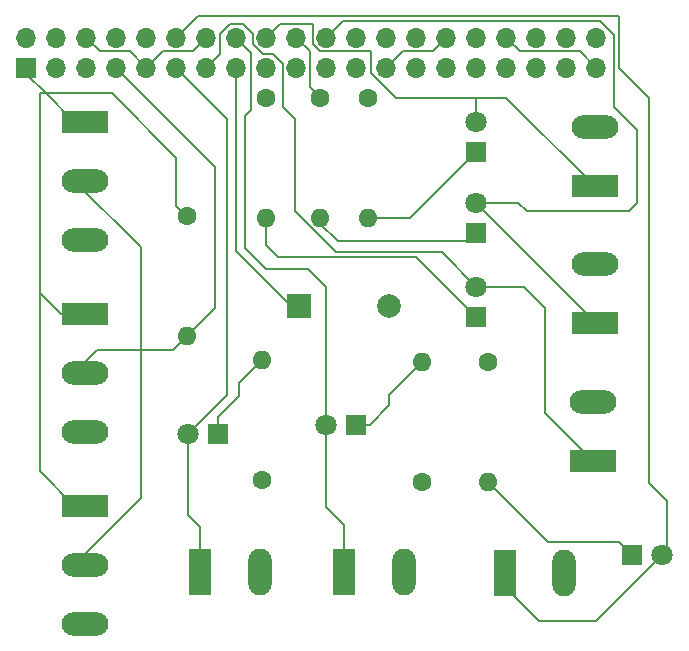
<source format=gbr>
G04 #@! TF.GenerationSoftware,KiCad,Pcbnew,(5.1.7)-1*
G04 #@! TF.CreationDate,2020-11-02T15:49:25+01:00*
G04 #@! TF.ProjectId,raspberrypi-gpio-40pin,72617370-6265-4727-9279-70692d677069,rev?*
G04 #@! TF.SameCoordinates,Original*
G04 #@! TF.FileFunction,Copper,L1,Top*
G04 #@! TF.FilePolarity,Positive*
%FSLAX46Y46*%
G04 Gerber Fmt 4.6, Leading zero omitted, Abs format (unit mm)*
G04 Created by KiCad (PCBNEW (5.1.7)-1) date 2020-11-02 15:49:25*
%MOMM*%
%LPD*%
G01*
G04 APERTURE LIST*
G04 #@! TA.AperFunction,ComponentPad*
%ADD10O,1.600000X1.600000*%
G04 #@! TD*
G04 #@! TA.AperFunction,ComponentPad*
%ADD11C,1.600000*%
G04 #@! TD*
G04 #@! TA.AperFunction,ComponentPad*
%ADD12R,1.980000X3.960000*%
G04 #@! TD*
G04 #@! TA.AperFunction,ComponentPad*
%ADD13O,1.980000X3.960000*%
G04 #@! TD*
G04 #@! TA.AperFunction,ComponentPad*
%ADD14R,2.000000X2.000000*%
G04 #@! TD*
G04 #@! TA.AperFunction,ComponentPad*
%ADD15C,2.000000*%
G04 #@! TD*
G04 #@! TA.AperFunction,ComponentPad*
%ADD16O,3.960000X1.980000*%
G04 #@! TD*
G04 #@! TA.AperFunction,ComponentPad*
%ADD17R,3.960000X1.980000*%
G04 #@! TD*
G04 #@! TA.AperFunction,ComponentPad*
%ADD18R,1.800000X1.800000*%
G04 #@! TD*
G04 #@! TA.AperFunction,ComponentPad*
%ADD19C,1.800000*%
G04 #@! TD*
G04 #@! TA.AperFunction,ComponentPad*
%ADD20R,1.700000X1.700000*%
G04 #@! TD*
G04 #@! TA.AperFunction,ComponentPad*
%ADD21O,1.700000X1.700000*%
G04 #@! TD*
G04 #@! TA.AperFunction,Conductor*
%ADD22C,0.200000*%
G04 #@! TD*
G04 APERTURE END LIST*
D10*
X228575000Y-123457000D03*
D11*
X228575000Y-133617000D03*
D12*
X223368000Y-141364000D03*
D13*
X228368000Y-141364000D03*
D14*
X231750000Y-118885000D03*
D15*
X239350000Y-118885000D03*
D16*
X213589000Y-145776000D03*
X213589000Y-140776000D03*
D17*
X213589000Y-135776000D03*
D18*
X246736000Y-112662000D03*
D19*
X246736000Y-110122000D03*
X222352000Y-129680000D03*
D18*
X224892000Y-129680000D03*
X236576000Y-128918000D03*
D19*
X234036000Y-128918000D03*
X246736000Y-117234000D03*
D18*
X246736000Y-119774000D03*
D19*
X246736000Y-103264000D03*
D18*
X246736000Y-105804000D03*
X259944000Y-139967000D03*
D19*
X262484000Y-139967000D03*
D16*
X256769000Y-115282000D03*
D17*
X256769000Y-120282000D03*
D20*
X208636000Y-98692000D03*
D21*
X208636000Y-96152000D03*
X211176000Y-98692000D03*
X211176000Y-96152000D03*
X213716000Y-98692000D03*
X213716000Y-96152000D03*
X216256000Y-98692000D03*
X216256000Y-96152000D03*
X218796000Y-98692000D03*
X218796000Y-96152000D03*
X221336000Y-98692000D03*
X221336000Y-96152000D03*
X223876000Y-98692000D03*
X223876000Y-96152000D03*
X226416000Y-98692000D03*
X226416000Y-96152000D03*
X228956000Y-98692000D03*
X228956000Y-96152000D03*
X231496000Y-98692000D03*
X231496000Y-96152000D03*
X234036000Y-98692000D03*
X234036000Y-96152000D03*
X236576000Y-98692000D03*
X236576000Y-96152000D03*
X239116000Y-98692000D03*
X239116000Y-96152000D03*
X241656000Y-98692000D03*
X241656000Y-96152000D03*
X244196000Y-98692000D03*
X244196000Y-96152000D03*
X246736000Y-98692000D03*
X246736000Y-96152000D03*
X249276000Y-98692000D03*
X249276000Y-96152000D03*
X251816000Y-98692000D03*
X251816000Y-96152000D03*
X254356000Y-98692000D03*
X254356000Y-96152000D03*
X256896000Y-98692000D03*
X256896000Y-96152000D03*
D17*
X213589000Y-119520000D03*
D16*
X213589000Y-124520000D03*
X213589000Y-129520000D03*
D12*
X235560000Y-141364000D03*
D13*
X240560000Y-141364000D03*
D16*
X256642000Y-126966000D03*
D17*
X256642000Y-131966000D03*
X256769000Y-108725000D03*
D16*
X256769000Y-103725000D03*
D13*
X254149000Y-141491000D03*
D12*
X249149000Y-141491000D03*
D17*
X213589000Y-103264000D03*
D16*
X213589000Y-108264000D03*
X213589000Y-113264000D03*
D11*
X222225000Y-111265000D03*
D10*
X222225000Y-121425000D03*
D11*
X233528000Y-101232000D03*
D10*
X233528000Y-111392000D03*
D11*
X242164000Y-133744000D03*
D10*
X242164000Y-123584000D03*
X228956000Y-111392000D03*
D11*
X228956000Y-101232000D03*
D10*
X237592000Y-111392000D03*
D11*
X237592000Y-101232000D03*
X247752000Y-123584000D03*
D10*
X247752000Y-133744000D03*
D22*
X217406001Y-97302001D02*
X218796000Y-98692000D01*
X214866001Y-97302001D02*
X217406001Y-97302001D01*
X213716000Y-96152000D02*
X214866001Y-97302001D01*
X220185999Y-97302001D02*
X218796000Y-98692000D01*
X222725999Y-97302001D02*
X220185999Y-97302001D01*
X223876000Y-96152000D02*
X222725999Y-97302001D01*
X232646001Y-100350001D02*
X233528000Y-101232000D01*
X232646001Y-97302001D02*
X232646001Y-100350001D01*
X231496000Y-96152000D02*
X232646001Y-97302001D01*
X243045999Y-97302001D02*
X244196000Y-96152000D01*
X240505999Y-97302001D02*
X243045999Y-97302001D01*
X239116000Y-98692000D02*
X240505999Y-97302001D01*
X255506001Y-97302001D02*
X256896000Y-98692000D01*
X250426001Y-97302001D02*
X255506001Y-97302001D01*
X249276000Y-96152000D02*
X250426001Y-97302001D01*
X226416000Y-114186000D02*
X231750000Y-119520000D01*
X226416000Y-98692000D02*
X226416000Y-114186000D01*
X246397999Y-113000001D02*
X246736000Y-112662000D01*
X235028011Y-113400011D02*
X245997989Y-113400011D01*
X245997989Y-113400011D02*
X246736000Y-112662000D01*
X233528000Y-111900000D02*
X235028011Y-113400011D01*
X256642000Y-120028000D02*
X246736000Y-110122000D01*
X257912000Y-120028000D02*
X256642000Y-120028000D01*
X234036000Y-96152000D02*
X235433000Y-94755000D01*
X258400990Y-102038490D02*
X260325000Y-103962500D01*
X258400990Y-95954988D02*
X258400990Y-102038490D01*
X257201002Y-94755000D02*
X258400990Y-95954988D01*
X235433000Y-94755000D02*
X257201002Y-94755000D01*
X260325000Y-103962500D02*
X260325000Y-110122000D01*
X260325000Y-110122000D02*
X259626500Y-110820500D01*
X259626500Y-110820500D02*
X250990500Y-110820500D01*
X250292000Y-110122000D02*
X246736000Y-110122000D01*
X250990500Y-110820500D02*
X250292000Y-110122000D01*
X225654000Y-103010000D02*
X221336000Y-98692000D01*
X225654000Y-126378000D02*
X222352000Y-129680000D01*
X225654000Y-103010000D02*
X225654000Y-126378000D01*
X222352000Y-129680000D02*
X222352000Y-136538000D01*
X223368000Y-137554000D02*
X223368000Y-141364000D01*
X222352000Y-136538000D02*
X223368000Y-137554000D01*
X224892000Y-129680000D02*
X224892000Y-128283000D01*
X224892000Y-128283000D02*
X226670000Y-126505000D01*
X226670000Y-125362000D02*
X228575000Y-123457000D01*
X226670000Y-126505000D02*
X226670000Y-125362000D01*
X236576000Y-128918000D02*
X237719000Y-128918000D01*
X237719000Y-128918000D02*
X239370000Y-127267000D01*
X239370000Y-126378000D02*
X242164000Y-123584000D01*
X239370000Y-127267000D02*
X239370000Y-126378000D01*
X227178000Y-113932000D02*
X228956000Y-115710000D01*
X227178000Y-102756000D02*
X227178000Y-113932000D01*
X227686000Y-102248000D02*
X227178000Y-102756000D01*
X227686000Y-97422000D02*
X227686000Y-102248000D01*
X226416000Y-96152000D02*
X227686000Y-97422000D01*
X235560000Y-141364000D02*
X235560000Y-137427000D01*
X234036000Y-135903000D02*
X234036000Y-128918000D01*
X235560000Y-137427000D02*
X234036000Y-135903000D01*
X228956000Y-115710000D02*
X232512000Y-115710000D01*
X234036000Y-117234000D02*
X234036000Y-128918000D01*
X232512000Y-115710000D02*
X234036000Y-117234000D01*
X257912000Y-131204000D02*
X255880000Y-131204000D01*
X255880000Y-131204000D02*
X252578000Y-127902000D01*
X252578000Y-127902000D02*
X252578000Y-119012000D01*
X250800000Y-117234000D02*
X246736000Y-117234000D01*
X252578000Y-119012000D02*
X250800000Y-117234000D01*
X225026001Y-95839997D02*
X225863999Y-95001999D01*
X225026001Y-97541999D02*
X225026001Y-95839997D01*
X223876000Y-98692000D02*
X225026001Y-97541999D01*
X230345999Y-101986999D02*
X231369000Y-103010000D01*
X231369000Y-103010000D02*
X231369000Y-110861002D01*
X243795990Y-114293990D02*
X243815000Y-114313000D01*
X234801988Y-114293990D02*
X243795990Y-114293990D01*
X231369000Y-110861002D02*
X234801988Y-114293990D01*
X243815000Y-114313000D02*
X246736000Y-117234000D01*
X228643997Y-97541999D02*
X229508001Y-97541999D01*
X230345999Y-98379997D02*
X230345999Y-101986999D01*
X229508001Y-97541999D02*
X230345999Y-98379997D01*
X227805999Y-96704001D02*
X228643997Y-97541999D01*
X227805999Y-95839997D02*
X227805999Y-96704001D01*
X226968001Y-95001999D02*
X227805999Y-95839997D01*
X225863999Y-95001999D02*
X226968001Y-95001999D01*
X228956000Y-111900000D02*
X228956000Y-113678000D01*
X228956000Y-113678000D02*
X229972000Y-114694000D01*
X241656000Y-114694000D02*
X246736000Y-119774000D01*
X229972000Y-114694000D02*
X241656000Y-114694000D01*
X246736000Y-103264000D02*
X246482000Y-103264000D01*
X249276000Y-101232000D02*
X256769000Y-108725000D01*
X230106001Y-95001999D02*
X232885999Y-95001999D01*
X228956000Y-96152000D02*
X230106001Y-95001999D01*
X233483999Y-97302001D02*
X237838999Y-97302001D01*
X232885999Y-96704001D02*
X233483999Y-97302001D01*
X232885999Y-95001999D02*
X232885999Y-96704001D01*
X239953998Y-101232000D02*
X246736000Y-101232000D01*
X237838999Y-99117001D02*
X239953998Y-101232000D01*
X237838999Y-97302001D02*
X237838999Y-99117001D01*
X246736000Y-103264000D02*
X246736000Y-101232000D01*
X246736000Y-101232000D02*
X249276000Y-101232000D01*
X241148000Y-111392000D02*
X246736000Y-105804000D01*
X241148000Y-111392000D02*
X237592000Y-111392000D01*
X247752000Y-133744000D02*
X252832000Y-138824000D01*
X258801000Y-138824000D02*
X259944000Y-139967000D01*
X252832000Y-138824000D02*
X258801000Y-138824000D01*
X221336000Y-96152000D02*
X221336000Y-95390000D01*
X249149000Y-141491000D02*
X249149000Y-142634000D01*
X249149000Y-142634000D02*
X252070000Y-145555000D01*
X256896000Y-145555000D02*
X262484000Y-139967000D01*
X252070000Y-145555000D02*
X256896000Y-145555000D01*
X262865000Y-139586000D02*
X262484000Y-139967000D01*
X262865000Y-135395000D02*
X262865000Y-139586000D01*
X261341000Y-133871000D02*
X262865000Y-135395000D01*
X261341000Y-101295500D02*
X261341000Y-133871000D01*
X258801000Y-94350010D02*
X258801000Y-98755500D01*
X223137990Y-94350010D02*
X258801000Y-94350010D01*
X258801000Y-98755500D02*
X261341000Y-101295500D01*
X221336000Y-96152000D02*
X223137990Y-94350010D01*
X216256000Y-98692000D02*
X224638000Y-107074000D01*
X214614001Y-122605999D02*
X212700000Y-124520000D01*
X218325999Y-113889999D02*
X212700000Y-108264000D01*
X218325999Y-122605999D02*
X218325999Y-113889999D01*
X218325999Y-122605999D02*
X214614001Y-122605999D01*
X218325999Y-135150001D02*
X212700000Y-140776000D01*
X218325999Y-122605999D02*
X218325999Y-135150001D01*
X224638000Y-119012000D02*
X222225000Y-121425000D01*
X224638000Y-107074000D02*
X224638000Y-119012000D01*
X221044001Y-122605999D02*
X222225000Y-121425000D01*
X218325999Y-122605999D02*
X221044001Y-122605999D01*
X208636000Y-98692000D02*
X208636000Y-99200000D01*
X210287000Y-100851000D02*
X209779000Y-100851000D01*
X208636000Y-99200000D02*
X210287000Y-100851000D01*
X210287000Y-100851000D02*
X212700000Y-103264000D01*
X209779000Y-132855000D02*
X212700000Y-135776000D01*
X215875000Y-100851000D02*
X210287000Y-100851000D01*
X221336000Y-106312000D02*
X215875000Y-100851000D01*
X211557000Y-119520000D02*
X209779000Y-117742000D01*
X212700000Y-119520000D02*
X211557000Y-119520000D01*
X209779000Y-117742000D02*
X209779000Y-132855000D01*
X209779000Y-100851000D02*
X209779000Y-117742000D01*
X221336000Y-110376000D02*
X222225000Y-111265000D01*
X221336000Y-106312000D02*
X221336000Y-110376000D01*
X228956000Y-98692000D02*
X229210000Y-98692000D01*
M02*

</source>
